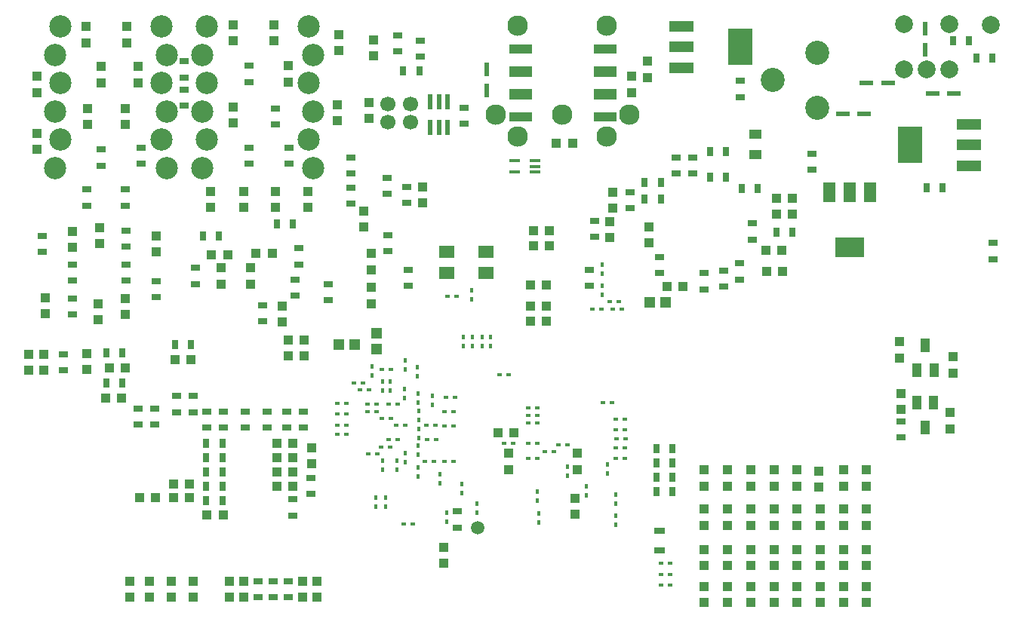
<source format=gbr>
G04 Layer_Color=255*
%FSLAX45Y45*%
%MOMM*%
%TF.FileFunction,Pads,Bot*%
%TF.Part,Single*%
G01*
G75*
%TA.AperFunction,SMDPad,CuDef*%
%ADD11R,1.20000X0.40000*%
%ADD13R,1.14300X1.27000*%
%ADD15R,1.00000X1.00000*%
%ADD16R,1.00000X1.00000*%
%ADD17R,0.80000X1.00000*%
%ADD19R,0.55000X0.45000*%
%ADD20R,1.00000X0.80000*%
%ADD21R,1.50000X0.60000*%
%ADD31R,0.60000X1.50000*%
%TA.AperFunction,ViaPad*%
%ADD66C,2.00000*%
%TA.AperFunction,ComponentPad*%
%ADD67C,2.50000*%
%ADD68C,1.70000*%
%ADD69C,2.30000*%
%ADD70C,2.70000*%
%ADD71C,2.00000*%
%TA.AperFunction,SMDPad,CuDef*%
%ADD100R,1.00000X1.50000*%
%ADD101R,0.45000X0.55000*%
%ADD102R,2.50000X1.01600*%
%ADD103R,2.50000X1.27000*%
%ADD104R,2.70000X1.30000*%
%ADD105R,2.70000X4.10000*%
%ADD106R,3.30000X2.20000*%
%ADD107R,1.40000X2.20000*%
%ADD108R,1.40000X1.00000*%
%ADD109R,0.60000X1.80000*%
%ADD110R,1.80000X1.40000*%
%ADD111R,1.20000X0.80000*%
%ADD112R,1.27000X1.14300*%
%ADD113C,1.50000*%
D11*
X8540000Y11875000D02*
D03*
Y11810000D02*
D03*
Y11745000D02*
D03*
X8306960D02*
D03*
Y11875000D02*
D03*
D13*
X6341688Y9808730D02*
D03*
X6519488D02*
D03*
X9824188Y10281230D02*
D03*
X10001988D02*
D03*
D15*
X8700000Y11090000D02*
D03*
X8520000D02*
D03*
X8700000Y10920000D02*
D03*
X8520000D02*
D03*
X5090000Y10820000D02*
D03*
X4910000D02*
D03*
X5410000Y10830000D02*
D03*
X5590000D02*
D03*
X8960000Y12070000D02*
D03*
X8780000D02*
D03*
X5640000Y8700000D02*
D03*
X5820000D02*
D03*
X5640000Y8540000D02*
D03*
X5820000D02*
D03*
X5640000Y8380000D02*
D03*
X5820000D02*
D03*
X5640000Y8220000D02*
D03*
X5820000D02*
D03*
X3760000Y9550000D02*
D03*
X3940000D02*
D03*
X3720000Y9210000D02*
D03*
X3900000D02*
D03*
X5040000Y7900000D02*
D03*
X4860000D02*
D03*
X4500000Y9640000D02*
D03*
X4680000D02*
D03*
X4660000Y8090000D02*
D03*
X4480000D02*
D03*
X4280000D02*
D03*
X4100000D02*
D03*
X4660000Y8240000D02*
D03*
X4480000D02*
D03*
X5950000Y9860000D02*
D03*
X5770000D02*
D03*
X5950000Y9680000D02*
D03*
X5770000D02*
D03*
X10200000Y10460000D02*
D03*
X10020000D02*
D03*
X11250000Y11270000D02*
D03*
X11430000D02*
D03*
X11250000Y11450000D02*
D03*
X11430000D02*
D03*
X8490000Y10070000D02*
D03*
X8670000D02*
D03*
X8490000Y10240000D02*
D03*
X8670000D02*
D03*
X8490000Y10480000D02*
D03*
X8670000D02*
D03*
X8304500Y8815500D02*
D03*
X8124500D02*
D03*
X11320000Y10630000D02*
D03*
X11140000D02*
D03*
X11310000Y10870000D02*
D03*
X11130000D02*
D03*
D16*
X9013000Y8408000D02*
D03*
Y8588000D02*
D03*
X8241000Y8406000D02*
D03*
Y8586000D02*
D03*
X9380000Y11010000D02*
D03*
Y11190000D02*
D03*
X8988000Y8084000D02*
D03*
Y7904000D02*
D03*
X9820000Y10950000D02*
D03*
Y11130000D02*
D03*
X6672500Y12350000D02*
D03*
Y12530000D02*
D03*
X5700000Y10060000D02*
D03*
Y10240000D02*
D03*
X6700000Y10270000D02*
D03*
Y10450000D02*
D03*
X5020000Y10670000D02*
D03*
Y10490000D02*
D03*
X5350000Y10670000D02*
D03*
Y10490000D02*
D03*
X4700000Y6970000D02*
D03*
Y7150000D02*
D03*
X4460000Y6970000D02*
D03*
Y7150000D02*
D03*
X4210000Y6970000D02*
D03*
Y7150000D02*
D03*
X3990000Y6970000D02*
D03*
Y7150000D02*
D03*
X6320000Y12505000D02*
D03*
Y12325000D02*
D03*
X6334338Y13289070D02*
D03*
Y13109070D02*
D03*
X9410000Y11520000D02*
D03*
Y11340000D02*
D03*
X9800000Y12989999D02*
D03*
Y12810001D02*
D03*
X7280000Y11400000D02*
D03*
Y11580000D02*
D03*
X6620000Y11310000D02*
D03*
Y11130000D02*
D03*
X3045000Y10152500D02*
D03*
Y10332500D02*
D03*
X3350000Y11080000D02*
D03*
Y10900000D02*
D03*
X3520000Y12280000D02*
D03*
Y12460000D02*
D03*
X4090000Y12750000D02*
D03*
Y12930000D02*
D03*
X3940000Y12280000D02*
D03*
Y12460000D02*
D03*
X3960000Y13200000D02*
D03*
Y13380000D02*
D03*
X3650000Y11120000D02*
D03*
Y10940000D02*
D03*
X2950000Y12180000D02*
D03*
Y12000000D02*
D03*
X3640000Y10270000D02*
D03*
Y10090000D02*
D03*
X2860000Y9700000D02*
D03*
Y9520000D02*
D03*
X3030001Y9700000D02*
D03*
Y9520000D02*
D03*
X3670000Y12930000D02*
D03*
Y12750000D02*
D03*
X2950000Y12820000D02*
D03*
Y12640000D02*
D03*
X3500000Y13380000D02*
D03*
Y13200000D02*
D03*
X3510000Y9710000D02*
D03*
Y9530000D02*
D03*
X3940000Y10330000D02*
D03*
Y10150000D02*
D03*
X4290000Y11030000D02*
D03*
Y10850000D02*
D03*
X5150000Y13400000D02*
D03*
Y13220000D02*
D03*
X5610000Y13400000D02*
D03*
Y13220000D02*
D03*
X5770000Y12760000D02*
D03*
Y12939999D02*
D03*
X5150000Y12300000D02*
D03*
Y12480000D02*
D03*
X5630000Y11530000D02*
D03*
Y11350000D02*
D03*
X5270000D02*
D03*
Y11530000D02*
D03*
X4900000D02*
D03*
Y11350000D02*
D03*
X5990000D02*
D03*
Y11530000D02*
D03*
X9620000Y12640000D02*
D03*
Y12820000D02*
D03*
X6730000Y13230000D02*
D03*
Y13050000D02*
D03*
X6700000Y10830000D02*
D03*
Y10650000D02*
D03*
X6030000Y8470000D02*
D03*
Y8650000D02*
D03*
X12260000Y7510000D02*
D03*
Y7330000D02*
D03*
X12259735Y6910000D02*
D03*
Y7090001D02*
D03*
X12000000Y8400000D02*
D03*
Y8220000D02*
D03*
X11999732Y6910000D02*
D03*
Y7090000D02*
D03*
X11740000Y7510000D02*
D03*
Y7330000D02*
D03*
X11739733Y6910000D02*
D03*
Y7090000D02*
D03*
X11480000Y7510000D02*
D03*
Y7330000D02*
D03*
X11479733Y6910000D02*
D03*
Y7090000D02*
D03*
X11220000Y7510000D02*
D03*
Y7330000D02*
D03*
X11220000Y7960000D02*
D03*
Y7780000D02*
D03*
X10960000Y7510000D02*
D03*
Y7330000D02*
D03*
Y6910000D02*
D03*
Y7090000D02*
D03*
X10699734Y7510000D02*
D03*
Y7330000D02*
D03*
X10700000Y6910721D02*
D03*
Y7090721D02*
D03*
X10440000Y8400000D02*
D03*
Y8220000D02*
D03*
X10439735Y6910000D02*
D03*
Y7090000D02*
D03*
X12260000Y8220000D02*
D03*
Y8400000D02*
D03*
Y7780000D02*
D03*
Y7960000D02*
D03*
X12000000Y7330000D02*
D03*
Y7510000D02*
D03*
X12000000Y7780000D02*
D03*
Y7960000D02*
D03*
X11720000Y8210000D02*
D03*
Y8390000D02*
D03*
X11740000Y7780000D02*
D03*
Y7960000D02*
D03*
X11480000Y8220000D02*
D03*
Y8400000D02*
D03*
Y7780000D02*
D03*
Y7960000D02*
D03*
X11220000Y8220000D02*
D03*
Y8400000D02*
D03*
X11220000Y7090000D02*
D03*
Y6910000D02*
D03*
X10960000Y8220000D02*
D03*
Y8400000D02*
D03*
Y7780000D02*
D03*
Y7960000D02*
D03*
X10700000Y8220000D02*
D03*
Y8400000D02*
D03*
Y7780000D02*
D03*
Y7960000D02*
D03*
X10440000Y7330000D02*
D03*
Y7510000D02*
D03*
X10440000Y7780000D02*
D03*
Y7960000D02*
D03*
X7512500Y7355000D02*
D03*
Y7535000D02*
D03*
X12642500Y9260000D02*
D03*
Y9080000D02*
D03*
X13227499Y9490000D02*
D03*
Y9670000D02*
D03*
X12632499Y9840000D02*
D03*
Y9660000D02*
D03*
X13197499Y9045000D02*
D03*
Y8865000D02*
D03*
X5270000Y7150000D02*
D03*
Y6970000D02*
D03*
X5110000Y7150000D02*
D03*
Y6970000D02*
D03*
X5930000Y7150000D02*
D03*
Y6970000D02*
D03*
X6090000Y7150000D02*
D03*
Y6970000D02*
D03*
D17*
X5640000Y11160000D02*
D03*
X5820000D02*
D03*
X4812500Y11030000D02*
D03*
X4992500D02*
D03*
X10680000Y11980000D02*
D03*
X10500000D02*
D03*
X10680000Y11690000D02*
D03*
X10500000D02*
D03*
X13110001Y11570000D02*
D03*
X12930000D02*
D03*
X13230000Y13220000D02*
D03*
X13410001D02*
D03*
X13489999Y13030000D02*
D03*
X13670000D02*
D03*
X7240000Y12880000D02*
D03*
X7060000D02*
D03*
X4850000Y8540000D02*
D03*
X5030000D02*
D03*
X4850000Y8380000D02*
D03*
X5030000D02*
D03*
X4850000Y8220000D02*
D03*
X5030000D02*
D03*
X4850000Y8700000D02*
D03*
X5030000D02*
D03*
X3730000Y9380000D02*
D03*
X3910000D02*
D03*
X3730000Y9720000D02*
D03*
X3910000D02*
D03*
X5030000Y8060000D02*
D03*
X4850000D02*
D03*
X4500000Y9810000D02*
D03*
X4680000D02*
D03*
X9950000Y11440000D02*
D03*
X9770000D02*
D03*
Y11630000D02*
D03*
X9950000D02*
D03*
X11430000Y11070000D02*
D03*
X11250000D02*
D03*
X11040000Y11560000D02*
D03*
X10860000D02*
D03*
X10080000Y8320000D02*
D03*
X9900000D02*
D03*
X10080000Y8160000D02*
D03*
X9900000D02*
D03*
X10080000Y8480000D02*
D03*
X9900000D02*
D03*
X10080000Y8640000D02*
D03*
X9900000D02*
D03*
D19*
X7524200Y8897500D02*
D03*
X7625800D02*
D03*
X7524200Y8500000D02*
D03*
X7625800D02*
D03*
X7524200Y9060000D02*
D03*
X7625800D02*
D03*
X7536700Y9220000D02*
D03*
X7638300D02*
D03*
X6659200Y9140000D02*
D03*
X6760800D02*
D03*
X6998300D02*
D03*
X6896700D02*
D03*
X7000800Y8740000D02*
D03*
X6899200D02*
D03*
X6814200Y8660000D02*
D03*
X6915800D02*
D03*
X7083300Y8900000D02*
D03*
X6981700D02*
D03*
X7324200D02*
D03*
X7425800D02*
D03*
X7326700Y8740000D02*
D03*
X7428300D02*
D03*
X6571700Y9297500D02*
D03*
X6673300D02*
D03*
X6816700Y8980000D02*
D03*
X6918300D02*
D03*
X6504200Y9380000D02*
D03*
X6605800D02*
D03*
X6659200Y9060000D02*
D03*
X6760800D02*
D03*
X7405800Y8500000D02*
D03*
X7304200D02*
D03*
X6768300Y8582500D02*
D03*
X6666700D02*
D03*
X8466700Y9015000D02*
D03*
X8568300D02*
D03*
X8464200Y8702500D02*
D03*
X8565800D02*
D03*
X9550800Y8855000D02*
D03*
X9449200D02*
D03*
X9550800Y8535000D02*
D03*
X9449200D02*
D03*
X9550800Y8650000D02*
D03*
X9449200D02*
D03*
X8466700Y9100000D02*
D03*
X8568300D02*
D03*
X8466700Y8930000D02*
D03*
X8568300D02*
D03*
X9545800Y8967500D02*
D03*
X9444200D02*
D03*
X9405800Y9160000D02*
D03*
X9304200D02*
D03*
X8753300Y8607500D02*
D03*
X8651700D02*
D03*
X9553300Y8752500D02*
D03*
X9451700D02*
D03*
X8799200Y8685000D02*
D03*
X8900800D02*
D03*
X8560800Y8535000D02*
D03*
X8459200D02*
D03*
X7559200Y10350000D02*
D03*
X7660800D02*
D03*
X10051601Y7110000D02*
D03*
X9950000D02*
D03*
X10050801Y7230000D02*
D03*
X9949200D02*
D03*
X10050800Y7350000D02*
D03*
X9949200D02*
D03*
X6319200Y8800000D02*
D03*
X6420800D02*
D03*
X6319200Y8900000D02*
D03*
X6420800D02*
D03*
X6319200Y9030000D02*
D03*
X6420800D02*
D03*
X7068270Y7795634D02*
D03*
X7169871D02*
D03*
X9414200Y10207500D02*
D03*
X9515800D02*
D03*
X8141700Y9467500D02*
D03*
X8243300D02*
D03*
X8297800Y8699000D02*
D03*
X8196200D02*
D03*
X6319200Y9150000D02*
D03*
X6420800D02*
D03*
X6816700Y9532500D02*
D03*
X6918300D02*
D03*
X9283300Y10207500D02*
D03*
X9181700D02*
D03*
X9381700Y10292500D02*
D03*
X9483300D02*
D03*
D20*
X9210000Y11200000D02*
D03*
Y11020000D02*
D03*
X7120000Y10470000D02*
D03*
Y10650000D02*
D03*
X10980000Y11170000D02*
D03*
Y10990000D02*
D03*
X10440000Y10610000D02*
D03*
Y10430000D02*
D03*
X6470000Y11910000D02*
D03*
Y11730000D02*
D03*
Y11390000D02*
D03*
Y11570000D02*
D03*
X7100000Y11580000D02*
D03*
Y11400000D02*
D03*
X6220000Y10310000D02*
D03*
Y10490000D02*
D03*
X5850000Y10540000D02*
D03*
Y10360000D02*
D03*
X3349999Y10530000D02*
D03*
Y10710000D02*
D03*
X3010000Y11030000D02*
D03*
Y10850000D02*
D03*
X10310000Y11910000D02*
D03*
Y11730000D02*
D03*
X7250000Y13039999D02*
D03*
Y13220000D02*
D03*
X5480000Y10250000D02*
D03*
Y10070000D02*
D03*
X5890000Y10710000D02*
D03*
Y10890000D02*
D03*
X3949999Y10530000D02*
D03*
Y10710000D02*
D03*
X3250000Y9520000D02*
D03*
Y9700000D02*
D03*
X4290000Y10520001D02*
D03*
Y10340000D02*
D03*
X10660000Y10460000D02*
D03*
Y10640000D02*
D03*
X11650000Y11950000D02*
D03*
Y11770000D02*
D03*
X10840000Y12770000D02*
D03*
Y12590000D02*
D03*
X13680000Y10950000D02*
D03*
Y10770000D02*
D03*
X7740000Y12290000D02*
D03*
Y12470000D02*
D03*
X3670000Y12000000D02*
D03*
Y11820000D02*
D03*
X4120000Y12020000D02*
D03*
Y11840000D02*
D03*
X3940000Y11550000D02*
D03*
Y11370000D02*
D03*
X3510000Y11550000D02*
D03*
Y11370000D02*
D03*
X3349999Y10149000D02*
D03*
Y10329000D02*
D03*
X3952259Y11091000D02*
D03*
Y10911000D02*
D03*
X4730000Y10490000D02*
D03*
Y10670000D02*
D03*
X4605000Y12989999D02*
D03*
Y12810001D02*
D03*
Y12670000D02*
D03*
Y12490000D02*
D03*
X5330000Y12939999D02*
D03*
Y12760000D02*
D03*
Y12020000D02*
D03*
Y11840000D02*
D03*
X5780000D02*
D03*
Y12020000D02*
D03*
X5630000Y12280000D02*
D03*
Y12460000D02*
D03*
X4090000Y8910000D02*
D03*
Y9090000D02*
D03*
X4270000D02*
D03*
Y8910000D02*
D03*
X5040000Y8880000D02*
D03*
Y9060000D02*
D03*
X4860000Y8880000D02*
D03*
Y9060000D02*
D03*
X5530000Y8880000D02*
D03*
Y9060000D02*
D03*
X5940000D02*
D03*
Y8880000D02*
D03*
X5750000D02*
D03*
Y9060000D02*
D03*
X5290000D02*
D03*
Y8880000D02*
D03*
X4520000Y9050000D02*
D03*
Y9230000D02*
D03*
X4700000D02*
D03*
Y9050000D02*
D03*
X7000000Y13100000D02*
D03*
Y13280000D02*
D03*
X6880000Y11500000D02*
D03*
Y11680000D02*
D03*
X6890000Y10860000D02*
D03*
Y11040000D02*
D03*
X5820000Y8070000D02*
D03*
Y7890000D02*
D03*
X10830000Y10720000D02*
D03*
Y10540000D02*
D03*
X9610000Y11340000D02*
D03*
Y11520000D02*
D03*
X9940000Y10610000D02*
D03*
Y10790000D02*
D03*
X10120000Y11910000D02*
D03*
Y11730000D02*
D03*
X9150000Y10650000D02*
D03*
Y10470000D02*
D03*
X7667500Y7755000D02*
D03*
Y7935000D02*
D03*
X12642500Y8767500D02*
D03*
Y8947500D02*
D03*
X6027500Y8312500D02*
D03*
Y8132500D02*
D03*
X5600000Y6970000D02*
D03*
Y7150000D02*
D03*
X5430000D02*
D03*
Y6970000D02*
D03*
X5770000D02*
D03*
Y7150000D02*
D03*
D21*
X11989840Y12400000D02*
D03*
X12230000D02*
D03*
X12500080Y12750000D02*
D03*
X12259920D02*
D03*
X13240080Y12630000D02*
D03*
X12999921D02*
D03*
D31*
X12920000Y13119920D02*
D03*
Y13360080D02*
D03*
X8000000Y12659920D02*
D03*
Y12900079D02*
D03*
D66*
X13650000Y13400000D02*
D03*
D67*
X3157499Y11790001D02*
D03*
Y13060001D02*
D03*
Y12425001D02*
D03*
X3212500Y13385001D02*
D03*
Y12750001D02*
D03*
X4352499Y12115001D02*
D03*
Y12750001D02*
D03*
X3212500Y12115001D02*
D03*
X4352499Y13385001D02*
D03*
X4407499Y11790001D02*
D03*
Y12425001D02*
D03*
Y13060001D02*
D03*
X4802500Y11790001D02*
D03*
Y13060001D02*
D03*
Y12425001D02*
D03*
X4857500Y13385001D02*
D03*
Y12750001D02*
D03*
X5997500Y12115001D02*
D03*
Y12750001D02*
D03*
X4857500Y12115001D02*
D03*
X5997500Y13385001D02*
D03*
X6052500Y11790001D02*
D03*
Y12425001D02*
D03*
Y13060001D02*
D03*
D68*
X6890501Y12509001D02*
D03*
X7140501D02*
D03*
X6890501Y12309001D02*
D03*
X7140501D02*
D03*
D69*
X8347501Y13395001D02*
D03*
X9347501D02*
D03*
Y12145001D02*
D03*
X8347501D02*
D03*
X8097501Y12395001D02*
D03*
X9597501D02*
D03*
X8847501D02*
D03*
D70*
X11204300Y12779100D02*
D03*
X11704300Y12469100D02*
D03*
Y13089101D02*
D03*
D71*
X13184302Y13409099D02*
D03*
X12930302Y12901099D02*
D03*
X12676302D02*
D03*
Y13409099D02*
D03*
X13184302Y12901099D02*
D03*
D100*
X12920000Y9799300D02*
D03*
X13014999Y9520700D02*
D03*
X12825000D02*
D03*
X12917500Y8878200D02*
D03*
X12822501Y9156800D02*
D03*
X13012500D02*
D03*
D101*
X7220000Y9451700D02*
D03*
Y9553300D02*
D03*
X7470000Y8353300D02*
D03*
Y8251700D02*
D03*
X9290000Y10703300D02*
D03*
Y10601700D02*
D03*
X6910000Y9393300D02*
D03*
Y9291700D02*
D03*
X7230000Y9159200D02*
D03*
Y9260800D02*
D03*
X7390000Y9129200D02*
D03*
Y9230800D02*
D03*
X7077500Y9209200D02*
D03*
Y9310800D02*
D03*
X7085000Y8593300D02*
D03*
Y8491700D02*
D03*
X7232500Y8961700D02*
D03*
Y9063300D02*
D03*
X6990000Y8401700D02*
D03*
Y8503300D02*
D03*
X7232500Y8860800D02*
D03*
Y8759200D02*
D03*
X6710000Y9560800D02*
D03*
Y9459200D02*
D03*
X6830000Y9390800D02*
D03*
Y9289200D02*
D03*
X6827500Y8401700D02*
D03*
Y8503300D02*
D03*
X7230000Y8673300D02*
D03*
Y8571699D02*
D03*
Y8326700D02*
D03*
Y8428300D02*
D03*
X9445000Y7789200D02*
D03*
Y7890800D02*
D03*
X9352500Y8460800D02*
D03*
Y8359200D02*
D03*
X8562500Y8158300D02*
D03*
Y8056700D02*
D03*
X8585000Y7814200D02*
D03*
Y7915800D02*
D03*
X8907500Y8438300D02*
D03*
Y8336700D02*
D03*
X9112500Y8218300D02*
D03*
Y8116700D02*
D03*
X9445000Y8019200D02*
D03*
Y8120800D02*
D03*
X7830000Y10319200D02*
D03*
Y10420800D02*
D03*
X7885000Y7919200D02*
D03*
Y8020800D02*
D03*
X6860000Y7989200D02*
D03*
Y8090800D02*
D03*
X6750000Y7989200D02*
D03*
Y8090800D02*
D03*
X7720000Y8139200D02*
D03*
Y8240800D02*
D03*
X7550000Y7920800D02*
D03*
Y7819200D02*
D03*
X7732500Y9789200D02*
D03*
Y9890800D02*
D03*
X8042500D02*
D03*
Y9789200D02*
D03*
X7838133Y9891730D02*
D03*
Y9790129D02*
D03*
X7942500Y9789200D02*
D03*
Y9890800D02*
D03*
X9290000Y10369200D02*
D03*
Y10470800D02*
D03*
X7080000Y9630800D02*
D03*
Y9529200D02*
D03*
D102*
X9323500Y13124500D02*
D03*
X8376500D02*
D03*
X9323500Y12362500D02*
D03*
X8376500D02*
D03*
D103*
X9323500Y12870500D02*
D03*
Y12616500D02*
D03*
X8376500Y12870500D02*
D03*
Y12616500D02*
D03*
D104*
X10179160Y12920000D02*
D03*
Y13150000D02*
D03*
Y13380000D02*
D03*
X13410840Y12280000D02*
D03*
Y12050000D02*
D03*
Y11820000D02*
D03*
D105*
X10844490Y13150000D02*
D03*
X12745510Y12050000D02*
D03*
D106*
X12070000Y10902500D02*
D03*
D107*
X12300000Y11517500D02*
D03*
X12070000D02*
D03*
X11840000D02*
D03*
D108*
X11010000Y12174300D02*
D03*
Y11945700D02*
D03*
D109*
X7365000Y12247760D02*
D03*
X7460000D02*
D03*
X7555000D02*
D03*
Y12532240D02*
D03*
X7460000D02*
D03*
X7365000D02*
D03*
D110*
X7990000Y10610000D02*
D03*
X7550000D02*
D03*
X7990000Y10850000D02*
D03*
X7550000D02*
D03*
D111*
X9940000Y7720000D02*
D03*
Y7500000D02*
D03*
D112*
X6761270Y9761688D02*
D03*
Y9939488D02*
D03*
D113*
X7900000Y7752500D02*
D03*
%TF.MD5,f3f91b29c123e4137f6d2bd48c01b748*%
M02*

</source>
